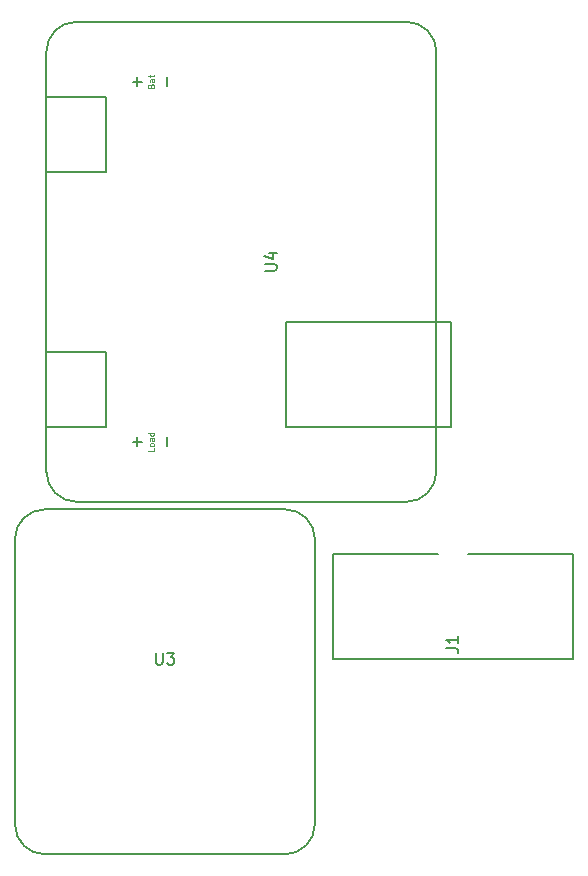
<source format=gbr>
G04 #@! TF.GenerationSoftware,KiCad,Pcbnew,(5.0.1-3-g963ef8bb5)*
G04 #@! TF.CreationDate,2019-04-02T14:04:58+07:00*
G04 #@! TF.ProjectId,STMaytal32-LoRa_Module_v2,53544D617974616C33322D4C6F52615F,rev?*
G04 #@! TF.SameCoordinates,Original*
G04 #@! TF.FileFunction,Legend,Top*
G04 #@! TF.FilePolarity,Positive*
%FSLAX46Y46*%
G04 Gerber Fmt 4.6, Leading zero omitted, Abs format (unit mm)*
G04 Created by KiCad (PCBNEW (5.0.1-3-g963ef8bb5)) date Tuesday, April 02, 2019 at 02:04:58 PM*
%MOMM*%
%LPD*%
G01*
G04 APERTURE LIST*
%ADD10C,0.150000*%
%ADD11C,0.125000*%
G04 APERTURE END LIST*
D10*
G04 #@! TO.C,J1*
X164592000Y-110109000D02*
X173482000Y-110109000D01*
X162052000Y-110109000D02*
X153162000Y-110109000D01*
X173482000Y-118999000D02*
X173482000Y-110109000D01*
X153162000Y-118999000D02*
X173482000Y-118999000D01*
X153162000Y-110109000D02*
X153162000Y-118999000D01*
G04 #@! TO.C,U3*
X151638000Y-108839000D02*
X151638000Y-132969000D01*
X128778000Y-106299000D02*
X149098000Y-106299000D01*
X126238000Y-132969000D02*
X126238000Y-108839000D01*
X149098000Y-135509000D02*
X128778000Y-135509000D01*
X149098000Y-106299000D02*
G75*
G02X151638000Y-108839000I0J-2540000D01*
G01*
X126238000Y-108839000D02*
G75*
G02X128778000Y-106299000I2540000J0D01*
G01*
X151638000Y-132969000D02*
G75*
G02X149098000Y-135509000I-2540000J0D01*
G01*
X128778000Y-135509000D02*
G75*
G02X126238000Y-132969000I0J2540000D01*
G01*
G04 #@! TO.C,U4*
X128905000Y-103124000D02*
G75*
G03X131445000Y-105664000I2540000J0D01*
G01*
X131445000Y-65024000D02*
G75*
G03X128905000Y-67564000I0J-2540000D01*
G01*
X161925000Y-67564000D02*
G75*
G03X159385000Y-65024000I-2540000J0D01*
G01*
X159385000Y-105664000D02*
G75*
G03X161925000Y-103124000I0J2540000D01*
G01*
X128905000Y-103124000D02*
X128905000Y-67564000D01*
X161925000Y-103124000D02*
X161925000Y-67564000D01*
X133985000Y-92964000D02*
X128905000Y-92964000D01*
X133985000Y-99314000D02*
X133985000Y-92964000D01*
X128905000Y-99314000D02*
X133985000Y-99314000D01*
X133985000Y-77724000D02*
X128905000Y-77724000D01*
X133985000Y-71374000D02*
X133985000Y-77724000D01*
X128905000Y-71374000D02*
X133985000Y-71374000D01*
X149225000Y-90424000D02*
X149225000Y-99314000D01*
X163195000Y-90424000D02*
X149225000Y-90424000D01*
X163195000Y-99314000D02*
X163195000Y-90424000D01*
X163195000Y-99314000D02*
X149225000Y-99314000D01*
X159385000Y-105664000D02*
X131445000Y-105664000D01*
X131445000Y-65024000D02*
X159385000Y-65024000D01*
G04 #@! TO.C,J1*
X162774380Y-118062333D02*
X163488666Y-118062333D01*
X163631523Y-118109952D01*
X163726761Y-118205190D01*
X163774380Y-118348047D01*
X163774380Y-118443285D01*
X163774380Y-117062333D02*
X163774380Y-117633761D01*
X163774380Y-117348047D02*
X162774380Y-117348047D01*
X162917238Y-117443285D01*
X163012476Y-117538523D01*
X163060095Y-117633761D01*
G04 #@! TO.C,U3*
X138176095Y-118451380D02*
X138176095Y-119260904D01*
X138223714Y-119356142D01*
X138271333Y-119403761D01*
X138366571Y-119451380D01*
X138557047Y-119451380D01*
X138652285Y-119403761D01*
X138699904Y-119356142D01*
X138747523Y-119260904D01*
X138747523Y-118451380D01*
X139128476Y-118451380D02*
X139747523Y-118451380D01*
X139414190Y-118832333D01*
X139557047Y-118832333D01*
X139652285Y-118879952D01*
X139699904Y-118927571D01*
X139747523Y-119022809D01*
X139747523Y-119260904D01*
X139699904Y-119356142D01*
X139652285Y-119403761D01*
X139557047Y-119451380D01*
X139271333Y-119451380D01*
X139176095Y-119403761D01*
X139128476Y-119356142D01*
G04 #@! TO.C,U4*
X147407380Y-86105904D02*
X148216904Y-86105904D01*
X148312142Y-86058285D01*
X148359761Y-86010666D01*
X148407380Y-85915428D01*
X148407380Y-85724952D01*
X148359761Y-85629714D01*
X148312142Y-85582095D01*
X148216904Y-85534476D01*
X147407380Y-85534476D01*
X147740714Y-84629714D02*
X148407380Y-84629714D01*
X147359761Y-84867809D02*
X148074047Y-85105904D01*
X148074047Y-84486857D01*
D11*
X138021190Y-101107809D02*
X138021190Y-101345904D01*
X137521190Y-101345904D01*
X138021190Y-100869714D02*
X137997380Y-100917333D01*
X137973571Y-100941142D01*
X137925952Y-100964952D01*
X137783095Y-100964952D01*
X137735476Y-100941142D01*
X137711666Y-100917333D01*
X137687857Y-100869714D01*
X137687857Y-100798285D01*
X137711666Y-100750666D01*
X137735476Y-100726857D01*
X137783095Y-100703047D01*
X137925952Y-100703047D01*
X137973571Y-100726857D01*
X137997380Y-100750666D01*
X138021190Y-100798285D01*
X138021190Y-100869714D01*
X138021190Y-100274476D02*
X137759285Y-100274476D01*
X137711666Y-100298285D01*
X137687857Y-100345904D01*
X137687857Y-100441142D01*
X137711666Y-100488761D01*
X137997380Y-100274476D02*
X138021190Y-100322095D01*
X138021190Y-100441142D01*
X137997380Y-100488761D01*
X137949761Y-100512571D01*
X137902142Y-100512571D01*
X137854523Y-100488761D01*
X137830714Y-100441142D01*
X137830714Y-100322095D01*
X137806904Y-100274476D01*
X138021190Y-99822095D02*
X137521190Y-99822095D01*
X137997380Y-99822095D02*
X138021190Y-99869714D01*
X138021190Y-99964952D01*
X137997380Y-100012571D01*
X137973571Y-100036380D01*
X137925952Y-100060190D01*
X137783095Y-100060190D01*
X137735476Y-100036380D01*
X137711666Y-100012571D01*
X137687857Y-99964952D01*
X137687857Y-99869714D01*
X137711666Y-99822095D01*
D10*
X139136428Y-100964952D02*
X139136428Y-100203047D01*
X136596428Y-100964952D02*
X136596428Y-100203047D01*
X136977380Y-100584000D02*
X136215476Y-100584000D01*
D11*
X137759285Y-70437333D02*
X137783095Y-70365904D01*
X137806904Y-70342095D01*
X137854523Y-70318285D01*
X137925952Y-70318285D01*
X137973571Y-70342095D01*
X137997380Y-70365904D01*
X138021190Y-70413523D01*
X138021190Y-70604000D01*
X137521190Y-70604000D01*
X137521190Y-70437333D01*
X137545000Y-70389714D01*
X137568809Y-70365904D01*
X137616428Y-70342095D01*
X137664047Y-70342095D01*
X137711666Y-70365904D01*
X137735476Y-70389714D01*
X137759285Y-70437333D01*
X137759285Y-70604000D01*
X138021190Y-69889714D02*
X137759285Y-69889714D01*
X137711666Y-69913523D01*
X137687857Y-69961142D01*
X137687857Y-70056380D01*
X137711666Y-70104000D01*
X137997380Y-69889714D02*
X138021190Y-69937333D01*
X138021190Y-70056380D01*
X137997380Y-70104000D01*
X137949761Y-70127809D01*
X137902142Y-70127809D01*
X137854523Y-70104000D01*
X137830714Y-70056380D01*
X137830714Y-69937333D01*
X137806904Y-69889714D01*
X137687857Y-69723047D02*
X137687857Y-69532571D01*
X137521190Y-69651619D02*
X137949761Y-69651619D01*
X137997380Y-69627809D01*
X138021190Y-69580190D01*
X138021190Y-69532571D01*
D10*
X136596428Y-70484952D02*
X136596428Y-69723047D01*
X136977380Y-70104000D02*
X136215476Y-70104000D01*
X139136428Y-70484952D02*
X139136428Y-69723047D01*
G04 #@! TD*
M02*

</source>
